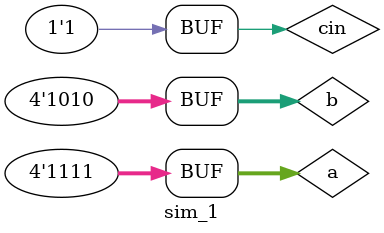
<source format=v>
`timescale 1ns / 1ps


module sim_1();
reg [3:0] a;
reg [3:0] b;
reg cin;
wire [3:0]s;
wire cout;
four_bit_adder uut(.a(a),.b(b),.s(s),.cin(cin),.cout(cout));
initial 
begin
a=4'b0011;
b=4'b1110;
cin=0;
#100
a=4'b1111;
b=4'b1010;
cin=1;
end
endmodule

</source>
